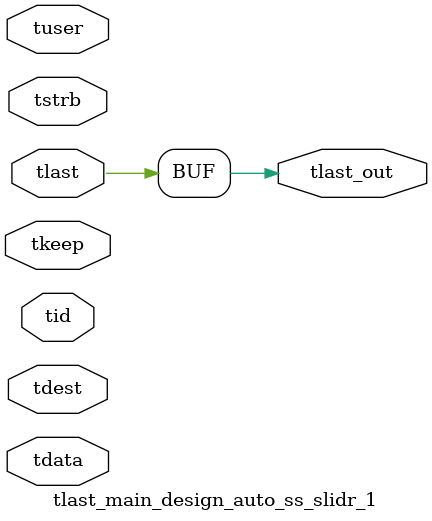
<source format=v>


`timescale 1ps/1ps

module tlast_main_design_auto_ss_slidr_1 #
(
parameter C_S_AXIS_TID_WIDTH   = 1,
parameter C_S_AXIS_TUSER_WIDTH = 0,
parameter C_S_AXIS_TDATA_WIDTH = 0,
parameter C_S_AXIS_TDEST_WIDTH = 0
)
(
input  [(C_S_AXIS_TID_WIDTH   == 0 ? 1 : C_S_AXIS_TID_WIDTH)-1:0       ] tid,
input  [(C_S_AXIS_TDATA_WIDTH == 0 ? 1 : C_S_AXIS_TDATA_WIDTH)-1:0     ] tdata,
input  [(C_S_AXIS_TUSER_WIDTH == 0 ? 1 : C_S_AXIS_TUSER_WIDTH)-1:0     ] tuser,
input  [(C_S_AXIS_TDEST_WIDTH == 0 ? 1 : C_S_AXIS_TDEST_WIDTH)-1:0     ] tdest,
input  [(C_S_AXIS_TDATA_WIDTH/8)-1:0 ] tkeep,
input  [(C_S_AXIS_TDATA_WIDTH/8)-1:0 ] tstrb,
input  [0:0]                                                             tlast,
output                                                                   tlast_out
);

assign tlast_out = {tlast};

endmodule


</source>
